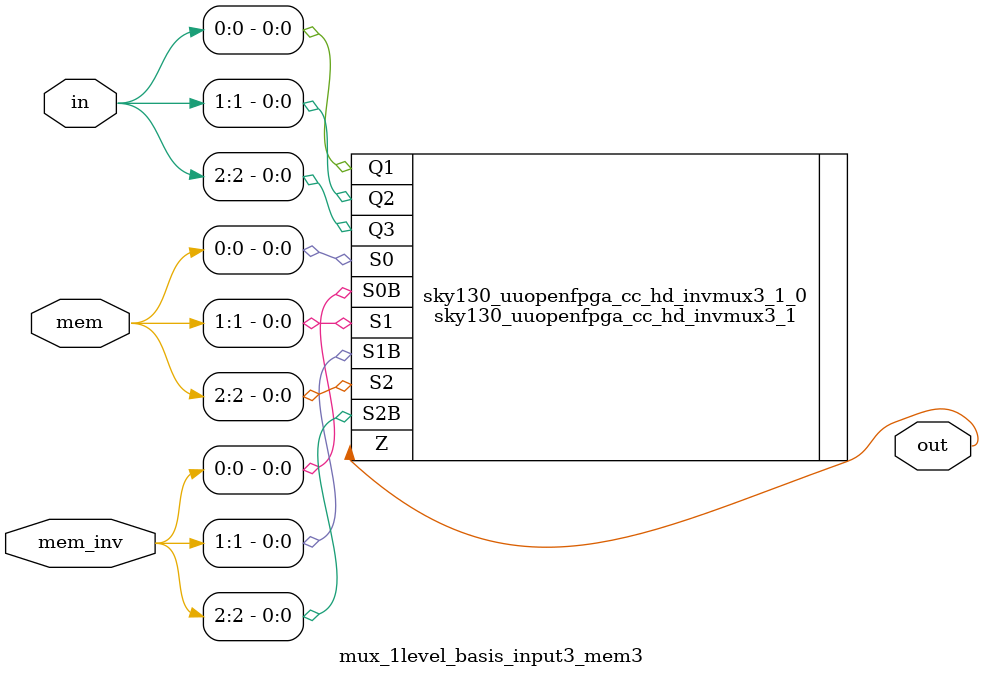
<source format=v>

`timescale 1ns / 1ps

//
module mux_2level_basis_input4_mem4(in,
                                    mem,
                                    mem_inv,
                                    out);
//
input [0:3] in;
//
input [0:3] mem;
//
input [0:3] mem_inv;
//
output [0:0] out;

//
//


//
//



//
//
//
//

wire [0:0] out_inv;
	sky130_uuopenfpga_cc_hd_invmux2_1 sky130_uuopenfpga_cc_hd_invmux2_1_0(
	                                    .Q1(in[0]),
	                                    .Q2(in[1]),
	                                    .S0(mem[0]),
	                                    .S0B(mem_inv[0]),
	                                    .S1(mem[1]),
	                                    .S1B(mem_inv[1]),
	                                    .Z(out_inv[0])
	                                    );
	sky130_fd_sc_hd__inv_1 sky130_uuopenfpga_cc_hd_invmux2_1_inv_follower0(
	                                    .A(out_inv[0]),
	                                    .Y(out[0])
	                                    );
	sky130_uuopenfpga_cc_hd_invmux2_1 sky130_uuopenfpga_cc_hd_invmux2_1_1(
	                                    .Q1(in[2]),
	                                    .Q2(in[3]),
	                                    .S0(mem[2]),
	                                    .S0B(mem_inv[2]),
	                                    .S1(mem[3]),
	                                    .S1B(mem_inv[3]),
	                                    .Z(out_inv[0])
	                                    );
	sky130_fd_sc_hd__inv_1 sky130_uuopenfpga_cc_hd_invmux2_1_inv_follower1(
	                                    .A(out_inv[0]),
	                                    .Y(out[0])
	                                    );
endmodule
//



//
module mux_2level_basis_input2_mem2(in,
                                    mem,
                                    mem_inv,
                                    out);
//
input [0:1] in;
//
input [0:1] mem;
//
input [0:1] mem_inv;
//
output [0:0] out;

//
//


//
//



//
//
//
//

wire [0:0] out_inv;
	sky130_uuopenfpga_cc_hd_invmux2_1 sky130_uuopenfpga_cc_hd_invmux2_1_0(
	                                    .Q1(in[0]),
	                                    .Q2(in[1]),
	                                    .S0(mem[0]),
	                                    .S0B(mem_inv[0]),
	                                    .S1(mem[1]),
	                                    .S1B(mem_inv[1]),
	                                    .Z(out_inv[0])
	                                    );
	sky130_fd_sc_hd__inv_1 sky130_uuopenfpga_cc_hd_invmux2_1_inv_follower0(
	                                    .A(out_inv[0]),
	                                    .Y(out[0])
	                                    );
endmodule
//



//
module mux_2level_tapbuf_basis_input3_mem3(in,
                                           mem,
                                           mem_inv,
                                           out);
//
input [0:2] in;
//
input [0:2] mem;
//
input [0:2] mem_inv;
//
output [0:0] out;

//
//


//
//



//
//
//
//

wire [0:0] out_inv;
	sky130_uuopenfpga_cc_hd_invmux3_1 sky130_uuopenfpga_cc_hd_invmux3_1_0(
	                                    .Q1(in[0]),
	                                    .Q2(in[1]),
	                                    .Q3(in[2]),
	                                    .S0(mem[0]),
	                                    .S0B(mem_inv[0]),
	                                    .S1(mem[1]),
	                                    .S1B(mem_inv[1]),
	                                    .S2(mem[2]),
	                                    .S2B(mem_inv[2]),
	                                    .Z(out_inv[0])
	                                    );
	sky130_fd_sc_hd__inv_1 sky130_uuopenfpga_cc_hd_invmux3_1_inv_follower0(
	                                    .A(out_inv[0]),
	                                    .Y(out[0])
	                                    );
endmodule
//



//
module mux_2level_tapbuf_basis_input2_mem2(in,
                                           mem,
                                           mem_inv,
                                           out);
//
input [0:1] in;
//
input [0:1] mem;
//
input [0:1] mem_inv;
//
output [0:0] out;

//
//


//
//



//
//
//
//

wire [0:0] out_inv;
	sky130_uuopenfpga_cc_hd_invmux2_1 sky130_uuopenfpga_cc_hd_invmux2_1_0(
	                                    .Q1(in[0]),
	                                    .Q2(in[1]),
	                                    .S0(mem[0]),
	                                    .S0B(mem_inv[0]),
	                                    .S1(mem[1]),
	                                    .S1B(mem_inv[1]),
	                                    .Z(out_inv[0])
	                                    );
	sky130_fd_sc_hd__inv_1 sky130_uuopenfpga_cc_hd_invmux2_1_inv_follower0(
	                                    .A(out_inv[0]),
	                                    .Y(out[0])
	                                    );
endmodule
//



//
module mux_2level_tapbuf_basis_input4_mem4(in,
                                           mem,
                                           mem_inv,
                                           out);
//
input [0:3] in;
//
input [0:3] mem;
//
input [0:3] mem_inv;
//
output [0:0] out;

//
//


//
//



//
//
//
//

wire [0:0] out_inv;
	sky130_uuopenfpga_cc_hd_invmux2_1 sky130_uuopenfpga_cc_hd_invmux2_1_0(
	                                    .Q1(in[0]),
	                                    .Q2(in[1]),
	                                    .S0(mem[0]),
	                                    .S0B(mem_inv[0]),
	                                    .S1(mem[1]),
	                                    .S1B(mem_inv[1]),
	                                    .Z(out_inv[0])
	                                    );
	sky130_fd_sc_hd__inv_1 sky130_uuopenfpga_cc_hd_invmux2_1_inv_follower0(
	                                    .A(out_inv[0]),
	                                    .Y(out[0])
	                                    );
	sky130_uuopenfpga_cc_hd_invmux2_1 sky130_uuopenfpga_cc_hd_invmux2_1_1(
	                                    .Q1(in[2]),
	                                    .Q2(in[3]),
	                                    .S0(mem[2]),
	                                    .S0B(mem_inv[2]),
	                                    .S1(mem[3]),
	                                    .S1B(mem_inv[3]),
	                                    .Z(out_inv[0])
	                                    );
	sky130_fd_sc_hd__inv_1 sky130_uuopenfpga_cc_hd_invmux2_1_inv_follower1(
	                                    .A(out_inv[0]),
	                                    .Y(out[0])
	                                    );
endmodule
//



//
module mux_2level_tapbuf_basis_input2_mem1(in,
                                           mem,
                                           mem_inv,
                                           out);
//
input [0:1] in;
//
input [0:0] mem;
//
input [0:0] mem_inv;
//
output [0:0] out;

//
//


//
//



//
//
//
//

wire [0:0] out_inv;
	sky130_fd_sc_hd__mux2_1 sky130_fd_sc_hd__mux2_1_0(
	    .A1(in[0]),
	    .A0(in[1]),
	    .S(mem[0]),
	    .X(out[0])
	    );
endmodule
//



//
module mux_1level_tapbuf_basis_input3_mem3(in,
                                           mem,
                                           mem_inv,
                                           out);
//
input [0:2] in;
//
input [0:2] mem;
//
input [0:2] mem_inv;
//
output [0:0] out;

//
//


//
//



//
//
//
//

	sky130_uuopenfpga_cc_hd_invmux3_1 sky130_uuopenfpga_cc_hd_invmux3_1_0(
	                                    .Q1(in[0]),
	                                    .Q2(in[1]),
	                                    .Q3(in[2]),
	                                    .S0(mem[0]),
	                                    .S0B(mem_inv[0]),
	                                    .S1(mem[1]),
	                                    .S1B(mem_inv[1]),
	                                    .S2(mem[2]),
	                                    .S2B(mem_inv[2]),
	                                    .Z(out[0])
	                                    );
endmodule
//



//
module mux_1level_basis_input3_mem3(in,
                                    mem,
                                    mem_inv,
                                    out);
//
input [0:2] in;
//
input [0:2] mem;
//
input [0:2] mem_inv;
//
output [0:0] out;

//
//


//
//



//
//
//
//

	sky130_uuopenfpga_cc_hd_invmux3_1 sky130_uuopenfpga_cc_hd_invmux3_1_0(
	                                    .Q1(in[0]),
	                                    .Q2(in[1]),
	                                    .Q3(in[2]),
	                                    .S0(mem[0]),
	                                    .S0B(mem_inv[0]),
	                                    .S1(mem[1]),
	                                    .S1B(mem_inv[1]),
	                                    .S2(mem[2]),
	                                    .S2B(mem_inv[2]),
	                                    .Z(out[0])
	                                    );
endmodule
//




</source>
